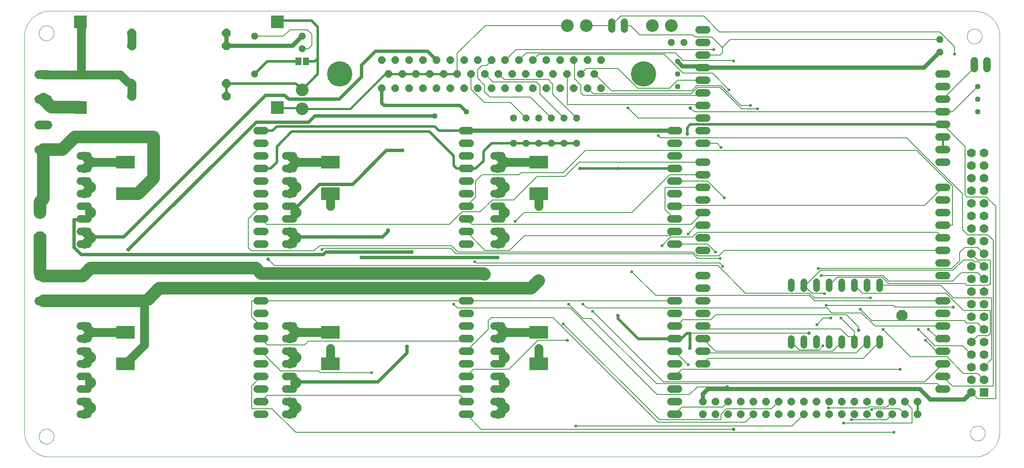
<source format=gtl>
G04 EAGLE Gerber RS-274X export*
G75*
%MOMM*%
%FSLAX34Y34*%
%LPD*%
%INTop Copper*%
%IPPOS*%
%AMOC8*
5,1,8,0,0,1.08239X$1,22.5*%
G01*
%ADD10C,0.000000*%
%ADD11C,2.540000*%
%ADD12P,2.749271X8X292.500000*%
%ADD13P,1.429621X8X112.500000*%
%ADD14P,1.649562X8X202.500000*%
%ADD15C,5.080000*%
%ADD16C,1.790700*%
%ADD17C,1.524000*%
%ADD18P,1.649562X8X22.500000*%
%ADD19R,1.778000X1.778000*%
%ADD20C,1.778000*%
%ADD21R,3.810000X2.500000*%
%ADD22C,1.117600*%
%ADD23P,1.429621X8X292.500000*%
%ADD24C,1.320800*%
%ADD25R,1.168400X1.600200*%
%ADD26C,2.552700*%
%ADD27P,1.924489X8X22.500000*%
%ADD28R,2.500000X2.500000*%
%ADD29C,2.250000*%
%ADD30P,1.429621X8X202.500000*%
%ADD31C,1.422400*%
%ADD32P,2.336880X8X22.500000*%
%ADD33C,1.778000*%
%ADD34C,2.540000*%
%ADD35C,1.524000*%
%ADD36C,0.406400*%
%ADD37C,0.812800*%
%ADD38C,0.203200*%
%ADD39C,0.711200*%
%ADD40C,0.508000*%
%ADD41C,0.609600*%
%ADD42C,0.635000*%
%ADD43C,0.812800*%
%ADD44C,1.125000*%
%ADD45C,0.152400*%
%ADD46C,0.609600*%


D10*
X51000Y760D02*
X1911350Y760D01*
X1912578Y775D01*
X1913804Y819D01*
X1915030Y893D01*
X1916253Y997D01*
X1917473Y1130D01*
X1918690Y1293D01*
X1919903Y1485D01*
X1921110Y1706D01*
X1922312Y1957D01*
X1923507Y2236D01*
X1924696Y2544D01*
X1925876Y2881D01*
X1927048Y3246D01*
X1928211Y3640D01*
X1929364Y4061D01*
X1930506Y4510D01*
X1931638Y4987D01*
X1932757Y5491D01*
X1933864Y6022D01*
X1934958Y6579D01*
X1936038Y7162D01*
X1937104Y7772D01*
X1938154Y8407D01*
X1939189Y9067D01*
X1940208Y9752D01*
X1941209Y10462D01*
X1942194Y11195D01*
X1943160Y11953D01*
X1944108Y12733D01*
X1945037Y13536D01*
X1945946Y14361D01*
X1946834Y15208D01*
X1947702Y16076D01*
X1948549Y16964D01*
X1949374Y17873D01*
X1950177Y18802D01*
X1950957Y19750D01*
X1951715Y20716D01*
X1952448Y21701D01*
X1953158Y22702D01*
X1953843Y23721D01*
X1954503Y24756D01*
X1955138Y25806D01*
X1955748Y26872D01*
X1956331Y27952D01*
X1956888Y29046D01*
X1957419Y30153D01*
X1957923Y31272D01*
X1958400Y32404D01*
X1958849Y33546D01*
X1959270Y34699D01*
X1959664Y35862D01*
X1960029Y37034D01*
X1960366Y38214D01*
X1960674Y39403D01*
X1960953Y40598D01*
X1961204Y41800D01*
X1961425Y43007D01*
X1961617Y44220D01*
X1961780Y45437D01*
X1961913Y46657D01*
X1962017Y47880D01*
X1962091Y49106D01*
X1962135Y50332D01*
X1962150Y51560D01*
X1962150Y848360D01*
X1962135Y849588D01*
X1962091Y850814D01*
X1962017Y852040D01*
X1961913Y853263D01*
X1961780Y854483D01*
X1961617Y855700D01*
X1961425Y856913D01*
X1961204Y858120D01*
X1960953Y859322D01*
X1960674Y860517D01*
X1960366Y861706D01*
X1960029Y862886D01*
X1959664Y864058D01*
X1959270Y865221D01*
X1958849Y866374D01*
X1958400Y867516D01*
X1957923Y868648D01*
X1957419Y869767D01*
X1956888Y870874D01*
X1956331Y871968D01*
X1955748Y873048D01*
X1955138Y874114D01*
X1954503Y875164D01*
X1953843Y876199D01*
X1953158Y877218D01*
X1952448Y878219D01*
X1951715Y879204D01*
X1950957Y880170D01*
X1950177Y881118D01*
X1949374Y882047D01*
X1948549Y882956D01*
X1947702Y883844D01*
X1946834Y884712D01*
X1945946Y885559D01*
X1945037Y886384D01*
X1944108Y887187D01*
X1943160Y887967D01*
X1942194Y888725D01*
X1941209Y889458D01*
X1940208Y890168D01*
X1939189Y890853D01*
X1938154Y891513D01*
X1937104Y892148D01*
X1936038Y892758D01*
X1934958Y893341D01*
X1933864Y893898D01*
X1932757Y894429D01*
X1931638Y894933D01*
X1930506Y895410D01*
X1929364Y895859D01*
X1928211Y896280D01*
X1927048Y896674D01*
X1925876Y897039D01*
X1924696Y897376D01*
X1923507Y897684D01*
X1922312Y897963D01*
X1921110Y898214D01*
X1919903Y898435D01*
X1918690Y898627D01*
X1917473Y898790D01*
X1916253Y898923D01*
X1915030Y899027D01*
X1913804Y899101D01*
X1912578Y899145D01*
X1911350Y899160D01*
X51000Y899160D01*
X49772Y899145D01*
X48546Y899101D01*
X47320Y899027D01*
X46097Y898923D01*
X44877Y898790D01*
X43660Y898627D01*
X42447Y898435D01*
X41240Y898214D01*
X40038Y897963D01*
X38843Y897684D01*
X37654Y897376D01*
X36474Y897039D01*
X35302Y896674D01*
X34139Y896280D01*
X32986Y895859D01*
X31844Y895410D01*
X30712Y894933D01*
X29593Y894429D01*
X28486Y893898D01*
X27392Y893341D01*
X26312Y892758D01*
X25246Y892148D01*
X24196Y891513D01*
X23161Y890853D01*
X22142Y890168D01*
X21141Y889458D01*
X20156Y888725D01*
X19190Y887967D01*
X18242Y887187D01*
X17313Y886384D01*
X16404Y885559D01*
X15516Y884712D01*
X14648Y883844D01*
X13801Y882956D01*
X12976Y882047D01*
X12173Y881118D01*
X11393Y880170D01*
X10635Y879204D01*
X9902Y878219D01*
X9192Y877218D01*
X8507Y876199D01*
X7847Y875164D01*
X7212Y874114D01*
X6602Y873048D01*
X6019Y871968D01*
X5462Y870874D01*
X4931Y869767D01*
X4427Y868648D01*
X3950Y867516D01*
X3501Y866374D01*
X3080Y865221D01*
X2686Y864058D01*
X2321Y862886D01*
X1984Y861706D01*
X1676Y860517D01*
X1397Y859322D01*
X1146Y858120D01*
X925Y856913D01*
X733Y855700D01*
X570Y854483D01*
X437Y853263D01*
X333Y852040D01*
X259Y850814D01*
X215Y849588D01*
X200Y848360D01*
X200Y51560D01*
X215Y50332D01*
X259Y49106D01*
X333Y47880D01*
X437Y46657D01*
X570Y45437D01*
X733Y44220D01*
X925Y43007D01*
X1146Y41800D01*
X1397Y40598D01*
X1676Y39403D01*
X1984Y38214D01*
X2321Y37034D01*
X2686Y35862D01*
X3080Y34699D01*
X3501Y33546D01*
X3950Y32404D01*
X4427Y31272D01*
X4931Y30153D01*
X5462Y29046D01*
X6019Y27952D01*
X6602Y26872D01*
X7212Y25806D01*
X7847Y24756D01*
X8507Y23721D01*
X9192Y22702D01*
X9902Y21701D01*
X10635Y20716D01*
X11393Y19750D01*
X12173Y18802D01*
X12976Y17873D01*
X13801Y16964D01*
X14648Y16076D01*
X15516Y15208D01*
X16404Y14361D01*
X17313Y13536D01*
X18242Y12733D01*
X19190Y11953D01*
X20156Y11195D01*
X21141Y10462D01*
X22142Y9752D01*
X23161Y9067D01*
X24196Y8407D01*
X25246Y7772D01*
X26312Y7162D01*
X27392Y6579D01*
X28486Y6022D01*
X29593Y5491D01*
X30712Y4987D01*
X31844Y4510D01*
X32986Y4061D01*
X34139Y3640D01*
X35302Y3246D01*
X36474Y2881D01*
X37654Y2544D01*
X38843Y2236D01*
X40038Y1957D01*
X41240Y1706D01*
X42447Y1485D01*
X43660Y1293D01*
X44877Y1130D01*
X46097Y997D01*
X47320Y893D01*
X48546Y819D01*
X49772Y775D01*
X51000Y760D01*
D11*
X31750Y492760D03*
D12*
X31750Y441960D03*
D13*
X984250Y632460D03*
X984250Y683260D03*
X1009650Y632460D03*
X1009650Y683260D03*
X1035050Y632460D03*
X1035050Y683260D03*
X1085850Y632460D03*
X1085850Y683260D03*
X1060450Y632460D03*
X1060450Y683260D03*
X1111250Y632460D03*
X1111250Y683260D03*
D14*
X1160526Y800608D03*
X1133094Y800608D03*
X1105408Y800608D03*
X1077722Y800608D03*
X1050290Y800608D03*
X1022604Y800608D03*
X994918Y800608D03*
X967486Y800608D03*
X939800Y800608D03*
X912114Y800608D03*
X884682Y800608D03*
X856996Y800608D03*
X1146810Y772160D03*
X1119124Y772160D03*
X1091692Y772160D03*
X1064006Y772160D03*
X1036320Y772160D03*
X1008888Y772160D03*
X981202Y772160D03*
X953516Y772160D03*
X926084Y772160D03*
X898398Y772160D03*
X870712Y772160D03*
X829310Y800608D03*
X801878Y800608D03*
X774192Y800608D03*
X746506Y800608D03*
X843280Y772160D03*
X815594Y772160D03*
X787908Y772160D03*
X760476Y772160D03*
X719074Y800608D03*
X732790Y772160D03*
X1160526Y743712D03*
X1133094Y743712D03*
X1105408Y743712D03*
X1077722Y743712D03*
X1050290Y743712D03*
X1022604Y743712D03*
X994918Y743712D03*
X967486Y743712D03*
X939800Y743712D03*
X912114Y743712D03*
X884682Y743712D03*
X856996Y743712D03*
X829310Y743712D03*
X801878Y743712D03*
X774192Y743712D03*
X746506Y743712D03*
X719074Y743712D03*
D15*
X634238Y772160D03*
X1245362Y772160D03*
D16*
X47054Y620160D02*
X29147Y620160D01*
X29147Y670160D02*
X47054Y670160D01*
D17*
X1840230Y721360D02*
X1855470Y721360D01*
X1855470Y695960D02*
X1840230Y695960D01*
X1840230Y670560D02*
X1855470Y670560D01*
X1855470Y645160D02*
X1840230Y645160D01*
X1840230Y619760D02*
X1855470Y619760D01*
X1855470Y594360D02*
X1840230Y594360D01*
X1840230Y543560D02*
X1855470Y543560D01*
X1855470Y518160D02*
X1840230Y518160D01*
X1840230Y492760D02*
X1855470Y492760D01*
X1855470Y467360D02*
X1840230Y467360D01*
X1840230Y441960D02*
X1855470Y441960D01*
X1855470Y416560D02*
X1840230Y416560D01*
X1840230Y391160D02*
X1855470Y391160D01*
X1855470Y365760D02*
X1840230Y365760D01*
X1840230Y314960D02*
X1855470Y314960D01*
X1855470Y289560D02*
X1840230Y289560D01*
X1840230Y264160D02*
X1855470Y264160D01*
X1855470Y238760D02*
X1840230Y238760D01*
X1840230Y213360D02*
X1855470Y213360D01*
X1855470Y187960D02*
X1840230Y187960D01*
X1840230Y162560D02*
X1855470Y162560D01*
X1855470Y137160D02*
X1840230Y137160D01*
X1372870Y187960D02*
X1357630Y187960D01*
X1357630Y213360D02*
X1372870Y213360D01*
X1372870Y238760D02*
X1357630Y238760D01*
X1357630Y264160D02*
X1372870Y264160D01*
X1372870Y289560D02*
X1357630Y289560D01*
X1357630Y314960D02*
X1372870Y314960D01*
X1372870Y340360D02*
X1357630Y340360D01*
X1357630Y365760D02*
X1372870Y365760D01*
X1372870Y416560D02*
X1357630Y416560D01*
X1357630Y441960D02*
X1372870Y441960D01*
X1372870Y467360D02*
X1357630Y467360D01*
X1357630Y492760D02*
X1372870Y492760D01*
X1372870Y518160D02*
X1357630Y518160D01*
X1357630Y543560D02*
X1372870Y543560D01*
X1372870Y568960D02*
X1357630Y568960D01*
X1357630Y594360D02*
X1372870Y594360D01*
X1372870Y632460D02*
X1357630Y632460D01*
X1357630Y657860D02*
X1372870Y657860D01*
X1372870Y683260D02*
X1357630Y683260D01*
X1357630Y708660D02*
X1372870Y708660D01*
X1372870Y734060D02*
X1357630Y734060D01*
X1357630Y759460D02*
X1372870Y759460D01*
X1372870Y784860D02*
X1357630Y784860D01*
X1357630Y810260D02*
X1372870Y810260D01*
D18*
X1365250Y111760D03*
X1365250Y86360D03*
X1390650Y111760D03*
X1390650Y86360D03*
X1416050Y111760D03*
X1416050Y86360D03*
X1441450Y111760D03*
X1441450Y86360D03*
X1466850Y111760D03*
X1466850Y86360D03*
X1492250Y111760D03*
X1492250Y86360D03*
X1517650Y111760D03*
X1517650Y86360D03*
X1543050Y111760D03*
X1543050Y86360D03*
X1568450Y111760D03*
X1568450Y86360D03*
X1593850Y111760D03*
X1593850Y86360D03*
X1619250Y111760D03*
X1619250Y86360D03*
X1644650Y111760D03*
X1644650Y86360D03*
X1670050Y111760D03*
X1670050Y86360D03*
X1695450Y111760D03*
X1695450Y86360D03*
X1720850Y111760D03*
X1720850Y86360D03*
X1746250Y111760D03*
X1746250Y86360D03*
X1771650Y111760D03*
X1771650Y86360D03*
X1797050Y111760D03*
X1797050Y86360D03*
D17*
X1372870Y835660D02*
X1357630Y835660D01*
X1357630Y861060D02*
X1372870Y861060D01*
X1840230Y772160D02*
X1855470Y772160D01*
X1855470Y746760D02*
X1840230Y746760D01*
D19*
X1930400Y130810D03*
D20*
X1905000Y130810D03*
X1930400Y156210D03*
X1905000Y156210D03*
X1930400Y181610D03*
X1905000Y181610D03*
X1930400Y207010D03*
X1905000Y207010D03*
X1930400Y232410D03*
X1905000Y232410D03*
X1930400Y257810D03*
X1905000Y257810D03*
X1930400Y283210D03*
X1905000Y283210D03*
X1930400Y308610D03*
X1905000Y308610D03*
X1930400Y334010D03*
X1905000Y334010D03*
X1930400Y359410D03*
X1905000Y359410D03*
X1930400Y384810D03*
X1905000Y384810D03*
X1930400Y410210D03*
X1905000Y410210D03*
X1930400Y435610D03*
X1905000Y435610D03*
X1930400Y461010D03*
X1905000Y461010D03*
X1930400Y486410D03*
X1905000Y486410D03*
X1930400Y511810D03*
X1905000Y511810D03*
X1930400Y537210D03*
X1905000Y537210D03*
X1930400Y562610D03*
X1905000Y562610D03*
X1930400Y588010D03*
X1905000Y588010D03*
X1930400Y613410D03*
X1905000Y613410D03*
D21*
X1035050Y594360D03*
X1035050Y530860D03*
D10*
X29450Y41910D02*
X29455Y42278D01*
X29468Y42646D01*
X29491Y43013D01*
X29522Y43380D01*
X29563Y43746D01*
X29612Y44111D01*
X29671Y44474D01*
X29738Y44836D01*
X29814Y45197D01*
X29900Y45555D01*
X29993Y45911D01*
X30096Y46264D01*
X30207Y46615D01*
X30327Y46963D01*
X30455Y47308D01*
X30592Y47650D01*
X30737Y47989D01*
X30890Y48323D01*
X31052Y48654D01*
X31221Y48981D01*
X31399Y49303D01*
X31584Y49622D01*
X31777Y49935D01*
X31978Y50244D01*
X32186Y50547D01*
X32402Y50845D01*
X32625Y51138D01*
X32855Y51426D01*
X33092Y51708D01*
X33336Y51983D01*
X33586Y52253D01*
X33843Y52517D01*
X34107Y52774D01*
X34377Y53024D01*
X34652Y53268D01*
X34934Y53505D01*
X35222Y53735D01*
X35515Y53958D01*
X35813Y54174D01*
X36116Y54382D01*
X36425Y54583D01*
X36738Y54776D01*
X37057Y54961D01*
X37379Y55139D01*
X37706Y55308D01*
X38037Y55470D01*
X38371Y55623D01*
X38710Y55768D01*
X39052Y55905D01*
X39397Y56033D01*
X39745Y56153D01*
X40096Y56264D01*
X40449Y56367D01*
X40805Y56460D01*
X41163Y56546D01*
X41524Y56622D01*
X41886Y56689D01*
X42249Y56748D01*
X42614Y56797D01*
X42980Y56838D01*
X43347Y56869D01*
X43714Y56892D01*
X44082Y56905D01*
X44450Y56910D01*
X44818Y56905D01*
X45186Y56892D01*
X45553Y56869D01*
X45920Y56838D01*
X46286Y56797D01*
X46651Y56748D01*
X47014Y56689D01*
X47376Y56622D01*
X47737Y56546D01*
X48095Y56460D01*
X48451Y56367D01*
X48804Y56264D01*
X49155Y56153D01*
X49503Y56033D01*
X49848Y55905D01*
X50190Y55768D01*
X50529Y55623D01*
X50863Y55470D01*
X51194Y55308D01*
X51521Y55139D01*
X51843Y54961D01*
X52162Y54776D01*
X52475Y54583D01*
X52784Y54382D01*
X53087Y54174D01*
X53385Y53958D01*
X53678Y53735D01*
X53966Y53505D01*
X54248Y53268D01*
X54523Y53024D01*
X54793Y52774D01*
X55057Y52517D01*
X55314Y52253D01*
X55564Y51983D01*
X55808Y51708D01*
X56045Y51426D01*
X56275Y51138D01*
X56498Y50845D01*
X56714Y50547D01*
X56922Y50244D01*
X57123Y49935D01*
X57316Y49622D01*
X57501Y49303D01*
X57679Y48981D01*
X57848Y48654D01*
X58010Y48323D01*
X58163Y47989D01*
X58308Y47650D01*
X58445Y47308D01*
X58573Y46963D01*
X58693Y46615D01*
X58804Y46264D01*
X58907Y45911D01*
X59000Y45555D01*
X59086Y45197D01*
X59162Y44836D01*
X59229Y44474D01*
X59288Y44111D01*
X59337Y43746D01*
X59378Y43380D01*
X59409Y43013D01*
X59432Y42646D01*
X59445Y42278D01*
X59450Y41910D01*
X59445Y41542D01*
X59432Y41174D01*
X59409Y40807D01*
X59378Y40440D01*
X59337Y40074D01*
X59288Y39709D01*
X59229Y39346D01*
X59162Y38984D01*
X59086Y38623D01*
X59000Y38265D01*
X58907Y37909D01*
X58804Y37556D01*
X58693Y37205D01*
X58573Y36857D01*
X58445Y36512D01*
X58308Y36170D01*
X58163Y35831D01*
X58010Y35497D01*
X57848Y35166D01*
X57679Y34839D01*
X57501Y34517D01*
X57316Y34198D01*
X57123Y33885D01*
X56922Y33576D01*
X56714Y33273D01*
X56498Y32975D01*
X56275Y32682D01*
X56045Y32394D01*
X55808Y32112D01*
X55564Y31837D01*
X55314Y31567D01*
X55057Y31303D01*
X54793Y31046D01*
X54523Y30796D01*
X54248Y30552D01*
X53966Y30315D01*
X53678Y30085D01*
X53385Y29862D01*
X53087Y29646D01*
X52784Y29438D01*
X52475Y29237D01*
X52162Y29044D01*
X51843Y28859D01*
X51521Y28681D01*
X51194Y28512D01*
X50863Y28350D01*
X50529Y28197D01*
X50190Y28052D01*
X49848Y27915D01*
X49503Y27787D01*
X49155Y27667D01*
X48804Y27556D01*
X48451Y27453D01*
X48095Y27360D01*
X47737Y27274D01*
X47376Y27198D01*
X47014Y27131D01*
X46651Y27072D01*
X46286Y27023D01*
X45920Y26982D01*
X45553Y26951D01*
X45186Y26928D01*
X44818Y26915D01*
X44450Y26910D01*
X44082Y26915D01*
X43714Y26928D01*
X43347Y26951D01*
X42980Y26982D01*
X42614Y27023D01*
X42249Y27072D01*
X41886Y27131D01*
X41524Y27198D01*
X41163Y27274D01*
X40805Y27360D01*
X40449Y27453D01*
X40096Y27556D01*
X39745Y27667D01*
X39397Y27787D01*
X39052Y27915D01*
X38710Y28052D01*
X38371Y28197D01*
X38037Y28350D01*
X37706Y28512D01*
X37379Y28681D01*
X37057Y28859D01*
X36738Y29044D01*
X36425Y29237D01*
X36116Y29438D01*
X35813Y29646D01*
X35515Y29862D01*
X35222Y30085D01*
X34934Y30315D01*
X34652Y30552D01*
X34377Y30796D01*
X34107Y31046D01*
X33843Y31303D01*
X33586Y31567D01*
X33336Y31837D01*
X33092Y32112D01*
X32855Y32394D01*
X32625Y32682D01*
X32402Y32975D01*
X32186Y33273D01*
X31978Y33576D01*
X31777Y33885D01*
X31584Y34198D01*
X31399Y34517D01*
X31221Y34839D01*
X31052Y35166D01*
X30890Y35497D01*
X30737Y35831D01*
X30592Y36170D01*
X30455Y36512D01*
X30327Y36857D01*
X30207Y37205D01*
X30096Y37556D01*
X29993Y37909D01*
X29900Y38265D01*
X29814Y38623D01*
X29738Y38984D01*
X29671Y39346D01*
X29612Y39709D01*
X29563Y40074D01*
X29522Y40440D01*
X29491Y40807D01*
X29468Y41174D01*
X29455Y41542D01*
X29450Y41910D01*
X29450Y854710D02*
X29455Y855078D01*
X29468Y855446D01*
X29491Y855813D01*
X29522Y856180D01*
X29563Y856546D01*
X29612Y856911D01*
X29671Y857274D01*
X29738Y857636D01*
X29814Y857997D01*
X29900Y858355D01*
X29993Y858711D01*
X30096Y859064D01*
X30207Y859415D01*
X30327Y859763D01*
X30455Y860108D01*
X30592Y860450D01*
X30737Y860789D01*
X30890Y861123D01*
X31052Y861454D01*
X31221Y861781D01*
X31399Y862103D01*
X31584Y862422D01*
X31777Y862735D01*
X31978Y863044D01*
X32186Y863347D01*
X32402Y863645D01*
X32625Y863938D01*
X32855Y864226D01*
X33092Y864508D01*
X33336Y864783D01*
X33586Y865053D01*
X33843Y865317D01*
X34107Y865574D01*
X34377Y865824D01*
X34652Y866068D01*
X34934Y866305D01*
X35222Y866535D01*
X35515Y866758D01*
X35813Y866974D01*
X36116Y867182D01*
X36425Y867383D01*
X36738Y867576D01*
X37057Y867761D01*
X37379Y867939D01*
X37706Y868108D01*
X38037Y868270D01*
X38371Y868423D01*
X38710Y868568D01*
X39052Y868705D01*
X39397Y868833D01*
X39745Y868953D01*
X40096Y869064D01*
X40449Y869167D01*
X40805Y869260D01*
X41163Y869346D01*
X41524Y869422D01*
X41886Y869489D01*
X42249Y869548D01*
X42614Y869597D01*
X42980Y869638D01*
X43347Y869669D01*
X43714Y869692D01*
X44082Y869705D01*
X44450Y869710D01*
X44818Y869705D01*
X45186Y869692D01*
X45553Y869669D01*
X45920Y869638D01*
X46286Y869597D01*
X46651Y869548D01*
X47014Y869489D01*
X47376Y869422D01*
X47737Y869346D01*
X48095Y869260D01*
X48451Y869167D01*
X48804Y869064D01*
X49155Y868953D01*
X49503Y868833D01*
X49848Y868705D01*
X50190Y868568D01*
X50529Y868423D01*
X50863Y868270D01*
X51194Y868108D01*
X51521Y867939D01*
X51843Y867761D01*
X52162Y867576D01*
X52475Y867383D01*
X52784Y867182D01*
X53087Y866974D01*
X53385Y866758D01*
X53678Y866535D01*
X53966Y866305D01*
X54248Y866068D01*
X54523Y865824D01*
X54793Y865574D01*
X55057Y865317D01*
X55314Y865053D01*
X55564Y864783D01*
X55808Y864508D01*
X56045Y864226D01*
X56275Y863938D01*
X56498Y863645D01*
X56714Y863347D01*
X56922Y863044D01*
X57123Y862735D01*
X57316Y862422D01*
X57501Y862103D01*
X57679Y861781D01*
X57848Y861454D01*
X58010Y861123D01*
X58163Y860789D01*
X58308Y860450D01*
X58445Y860108D01*
X58573Y859763D01*
X58693Y859415D01*
X58804Y859064D01*
X58907Y858711D01*
X59000Y858355D01*
X59086Y857997D01*
X59162Y857636D01*
X59229Y857274D01*
X59288Y856911D01*
X59337Y856546D01*
X59378Y856180D01*
X59409Y855813D01*
X59432Y855446D01*
X59445Y855078D01*
X59450Y854710D01*
X59445Y854342D01*
X59432Y853974D01*
X59409Y853607D01*
X59378Y853240D01*
X59337Y852874D01*
X59288Y852509D01*
X59229Y852146D01*
X59162Y851784D01*
X59086Y851423D01*
X59000Y851065D01*
X58907Y850709D01*
X58804Y850356D01*
X58693Y850005D01*
X58573Y849657D01*
X58445Y849312D01*
X58308Y848970D01*
X58163Y848631D01*
X58010Y848297D01*
X57848Y847966D01*
X57679Y847639D01*
X57501Y847317D01*
X57316Y846998D01*
X57123Y846685D01*
X56922Y846376D01*
X56714Y846073D01*
X56498Y845775D01*
X56275Y845482D01*
X56045Y845194D01*
X55808Y844912D01*
X55564Y844637D01*
X55314Y844367D01*
X55057Y844103D01*
X54793Y843846D01*
X54523Y843596D01*
X54248Y843352D01*
X53966Y843115D01*
X53678Y842885D01*
X53385Y842662D01*
X53087Y842446D01*
X52784Y842238D01*
X52475Y842037D01*
X52162Y841844D01*
X51843Y841659D01*
X51521Y841481D01*
X51194Y841312D01*
X50863Y841150D01*
X50529Y840997D01*
X50190Y840852D01*
X49848Y840715D01*
X49503Y840587D01*
X49155Y840467D01*
X48804Y840356D01*
X48451Y840253D01*
X48095Y840160D01*
X47737Y840074D01*
X47376Y839998D01*
X47014Y839931D01*
X46651Y839872D01*
X46286Y839823D01*
X45920Y839782D01*
X45553Y839751D01*
X45186Y839728D01*
X44818Y839715D01*
X44450Y839710D01*
X44082Y839715D01*
X43714Y839728D01*
X43347Y839751D01*
X42980Y839782D01*
X42614Y839823D01*
X42249Y839872D01*
X41886Y839931D01*
X41524Y839998D01*
X41163Y840074D01*
X40805Y840160D01*
X40449Y840253D01*
X40096Y840356D01*
X39745Y840467D01*
X39397Y840587D01*
X39052Y840715D01*
X38710Y840852D01*
X38371Y840997D01*
X38037Y841150D01*
X37706Y841312D01*
X37379Y841481D01*
X37057Y841659D01*
X36738Y841844D01*
X36425Y842037D01*
X36116Y842238D01*
X35813Y842446D01*
X35515Y842662D01*
X35222Y842885D01*
X34934Y843115D01*
X34652Y843352D01*
X34377Y843596D01*
X34107Y843846D01*
X33843Y844103D01*
X33586Y844367D01*
X33336Y844637D01*
X33092Y844912D01*
X32855Y845194D01*
X32625Y845482D01*
X32402Y845775D01*
X32186Y846073D01*
X31978Y846376D01*
X31777Y846685D01*
X31584Y846998D01*
X31399Y847317D01*
X31221Y847639D01*
X31052Y847966D01*
X30890Y848297D01*
X30737Y848631D01*
X30592Y848970D01*
X30455Y849312D01*
X30327Y849657D01*
X30207Y850005D01*
X30096Y850356D01*
X29993Y850709D01*
X29900Y851065D01*
X29814Y851423D01*
X29738Y851784D01*
X29671Y852146D01*
X29612Y852509D01*
X29563Y852874D01*
X29522Y853240D01*
X29491Y853607D01*
X29468Y853974D01*
X29455Y854342D01*
X29450Y854710D01*
X1896350Y848360D02*
X1896355Y848728D01*
X1896368Y849096D01*
X1896391Y849463D01*
X1896422Y849830D01*
X1896463Y850196D01*
X1896512Y850561D01*
X1896571Y850924D01*
X1896638Y851286D01*
X1896714Y851647D01*
X1896800Y852005D01*
X1896893Y852361D01*
X1896996Y852714D01*
X1897107Y853065D01*
X1897227Y853413D01*
X1897355Y853758D01*
X1897492Y854100D01*
X1897637Y854439D01*
X1897790Y854773D01*
X1897952Y855104D01*
X1898121Y855431D01*
X1898299Y855753D01*
X1898484Y856072D01*
X1898677Y856385D01*
X1898878Y856694D01*
X1899086Y856997D01*
X1899302Y857295D01*
X1899525Y857588D01*
X1899755Y857876D01*
X1899992Y858158D01*
X1900236Y858433D01*
X1900486Y858703D01*
X1900743Y858967D01*
X1901007Y859224D01*
X1901277Y859474D01*
X1901552Y859718D01*
X1901834Y859955D01*
X1902122Y860185D01*
X1902415Y860408D01*
X1902713Y860624D01*
X1903016Y860832D01*
X1903325Y861033D01*
X1903638Y861226D01*
X1903957Y861411D01*
X1904279Y861589D01*
X1904606Y861758D01*
X1904937Y861920D01*
X1905271Y862073D01*
X1905610Y862218D01*
X1905952Y862355D01*
X1906297Y862483D01*
X1906645Y862603D01*
X1906996Y862714D01*
X1907349Y862817D01*
X1907705Y862910D01*
X1908063Y862996D01*
X1908424Y863072D01*
X1908786Y863139D01*
X1909149Y863198D01*
X1909514Y863247D01*
X1909880Y863288D01*
X1910247Y863319D01*
X1910614Y863342D01*
X1910982Y863355D01*
X1911350Y863360D01*
X1911718Y863355D01*
X1912086Y863342D01*
X1912453Y863319D01*
X1912820Y863288D01*
X1913186Y863247D01*
X1913551Y863198D01*
X1913914Y863139D01*
X1914276Y863072D01*
X1914637Y862996D01*
X1914995Y862910D01*
X1915351Y862817D01*
X1915704Y862714D01*
X1916055Y862603D01*
X1916403Y862483D01*
X1916748Y862355D01*
X1917090Y862218D01*
X1917429Y862073D01*
X1917763Y861920D01*
X1918094Y861758D01*
X1918421Y861589D01*
X1918743Y861411D01*
X1919062Y861226D01*
X1919375Y861033D01*
X1919684Y860832D01*
X1919987Y860624D01*
X1920285Y860408D01*
X1920578Y860185D01*
X1920866Y859955D01*
X1921148Y859718D01*
X1921423Y859474D01*
X1921693Y859224D01*
X1921957Y858967D01*
X1922214Y858703D01*
X1922464Y858433D01*
X1922708Y858158D01*
X1922945Y857876D01*
X1923175Y857588D01*
X1923398Y857295D01*
X1923614Y856997D01*
X1923822Y856694D01*
X1924023Y856385D01*
X1924216Y856072D01*
X1924401Y855753D01*
X1924579Y855431D01*
X1924748Y855104D01*
X1924910Y854773D01*
X1925063Y854439D01*
X1925208Y854100D01*
X1925345Y853758D01*
X1925473Y853413D01*
X1925593Y853065D01*
X1925704Y852714D01*
X1925807Y852361D01*
X1925900Y852005D01*
X1925986Y851647D01*
X1926062Y851286D01*
X1926129Y850924D01*
X1926188Y850561D01*
X1926237Y850196D01*
X1926278Y849830D01*
X1926309Y849463D01*
X1926332Y849096D01*
X1926345Y848728D01*
X1926350Y848360D01*
X1926345Y847992D01*
X1926332Y847624D01*
X1926309Y847257D01*
X1926278Y846890D01*
X1926237Y846524D01*
X1926188Y846159D01*
X1926129Y845796D01*
X1926062Y845434D01*
X1925986Y845073D01*
X1925900Y844715D01*
X1925807Y844359D01*
X1925704Y844006D01*
X1925593Y843655D01*
X1925473Y843307D01*
X1925345Y842962D01*
X1925208Y842620D01*
X1925063Y842281D01*
X1924910Y841947D01*
X1924748Y841616D01*
X1924579Y841289D01*
X1924401Y840967D01*
X1924216Y840648D01*
X1924023Y840335D01*
X1923822Y840026D01*
X1923614Y839723D01*
X1923398Y839425D01*
X1923175Y839132D01*
X1922945Y838844D01*
X1922708Y838562D01*
X1922464Y838287D01*
X1922214Y838017D01*
X1921957Y837753D01*
X1921693Y837496D01*
X1921423Y837246D01*
X1921148Y837002D01*
X1920866Y836765D01*
X1920578Y836535D01*
X1920285Y836312D01*
X1919987Y836096D01*
X1919684Y835888D01*
X1919375Y835687D01*
X1919062Y835494D01*
X1918743Y835309D01*
X1918421Y835131D01*
X1918094Y834962D01*
X1917763Y834800D01*
X1917429Y834647D01*
X1917090Y834502D01*
X1916748Y834365D01*
X1916403Y834237D01*
X1916055Y834117D01*
X1915704Y834006D01*
X1915351Y833903D01*
X1914995Y833810D01*
X1914637Y833724D01*
X1914276Y833648D01*
X1913914Y833581D01*
X1913551Y833522D01*
X1913186Y833473D01*
X1912820Y833432D01*
X1912453Y833401D01*
X1912086Y833378D01*
X1911718Y833365D01*
X1911350Y833360D01*
X1910982Y833365D01*
X1910614Y833378D01*
X1910247Y833401D01*
X1909880Y833432D01*
X1909514Y833473D01*
X1909149Y833522D01*
X1908786Y833581D01*
X1908424Y833648D01*
X1908063Y833724D01*
X1907705Y833810D01*
X1907349Y833903D01*
X1906996Y834006D01*
X1906645Y834117D01*
X1906297Y834237D01*
X1905952Y834365D01*
X1905610Y834502D01*
X1905271Y834647D01*
X1904937Y834800D01*
X1904606Y834962D01*
X1904279Y835131D01*
X1903957Y835309D01*
X1903638Y835494D01*
X1903325Y835687D01*
X1903016Y835888D01*
X1902713Y836096D01*
X1902415Y836312D01*
X1902122Y836535D01*
X1901834Y836765D01*
X1901552Y837002D01*
X1901277Y837246D01*
X1901007Y837496D01*
X1900743Y837753D01*
X1900486Y838017D01*
X1900236Y838287D01*
X1899992Y838562D01*
X1899755Y838844D01*
X1899525Y839132D01*
X1899302Y839425D01*
X1899086Y839723D01*
X1898878Y840026D01*
X1898677Y840335D01*
X1898484Y840648D01*
X1898299Y840967D01*
X1898121Y841289D01*
X1897952Y841616D01*
X1897790Y841947D01*
X1897637Y842281D01*
X1897492Y842620D01*
X1897355Y842962D01*
X1897227Y843307D01*
X1897107Y843655D01*
X1896996Y844006D01*
X1896893Y844359D01*
X1896800Y844715D01*
X1896714Y845073D01*
X1896638Y845434D01*
X1896571Y845796D01*
X1896512Y846159D01*
X1896463Y846524D01*
X1896422Y846890D01*
X1896391Y847257D01*
X1896368Y847624D01*
X1896355Y847992D01*
X1896350Y848360D01*
D22*
X1917700Y746760D03*
X1917700Y721360D03*
X1917700Y695960D03*
D23*
X1841500Y842010D03*
X1841500Y816610D03*
D17*
X1911350Y798830D02*
X1911350Y783590D01*
X1936750Y783590D02*
X1936750Y798830D01*
D10*
X1902700Y48260D02*
X1902705Y48628D01*
X1902718Y48996D01*
X1902741Y49363D01*
X1902772Y49730D01*
X1902813Y50096D01*
X1902862Y50461D01*
X1902921Y50824D01*
X1902988Y51186D01*
X1903064Y51547D01*
X1903150Y51905D01*
X1903243Y52261D01*
X1903346Y52614D01*
X1903457Y52965D01*
X1903577Y53313D01*
X1903705Y53658D01*
X1903842Y54000D01*
X1903987Y54339D01*
X1904140Y54673D01*
X1904302Y55004D01*
X1904471Y55331D01*
X1904649Y55653D01*
X1904834Y55972D01*
X1905027Y56285D01*
X1905228Y56594D01*
X1905436Y56897D01*
X1905652Y57195D01*
X1905875Y57488D01*
X1906105Y57776D01*
X1906342Y58058D01*
X1906586Y58333D01*
X1906836Y58603D01*
X1907093Y58867D01*
X1907357Y59124D01*
X1907627Y59374D01*
X1907902Y59618D01*
X1908184Y59855D01*
X1908472Y60085D01*
X1908765Y60308D01*
X1909063Y60524D01*
X1909366Y60732D01*
X1909675Y60933D01*
X1909988Y61126D01*
X1910307Y61311D01*
X1910629Y61489D01*
X1910956Y61658D01*
X1911287Y61820D01*
X1911621Y61973D01*
X1911960Y62118D01*
X1912302Y62255D01*
X1912647Y62383D01*
X1912995Y62503D01*
X1913346Y62614D01*
X1913699Y62717D01*
X1914055Y62810D01*
X1914413Y62896D01*
X1914774Y62972D01*
X1915136Y63039D01*
X1915499Y63098D01*
X1915864Y63147D01*
X1916230Y63188D01*
X1916597Y63219D01*
X1916964Y63242D01*
X1917332Y63255D01*
X1917700Y63260D01*
X1918068Y63255D01*
X1918436Y63242D01*
X1918803Y63219D01*
X1919170Y63188D01*
X1919536Y63147D01*
X1919901Y63098D01*
X1920264Y63039D01*
X1920626Y62972D01*
X1920987Y62896D01*
X1921345Y62810D01*
X1921701Y62717D01*
X1922054Y62614D01*
X1922405Y62503D01*
X1922753Y62383D01*
X1923098Y62255D01*
X1923440Y62118D01*
X1923779Y61973D01*
X1924113Y61820D01*
X1924444Y61658D01*
X1924771Y61489D01*
X1925093Y61311D01*
X1925412Y61126D01*
X1925725Y60933D01*
X1926034Y60732D01*
X1926337Y60524D01*
X1926635Y60308D01*
X1926928Y60085D01*
X1927216Y59855D01*
X1927498Y59618D01*
X1927773Y59374D01*
X1928043Y59124D01*
X1928307Y58867D01*
X1928564Y58603D01*
X1928814Y58333D01*
X1929058Y58058D01*
X1929295Y57776D01*
X1929525Y57488D01*
X1929748Y57195D01*
X1929964Y56897D01*
X1930172Y56594D01*
X1930373Y56285D01*
X1930566Y55972D01*
X1930751Y55653D01*
X1930929Y55331D01*
X1931098Y55004D01*
X1931260Y54673D01*
X1931413Y54339D01*
X1931558Y54000D01*
X1931695Y53658D01*
X1931823Y53313D01*
X1931943Y52965D01*
X1932054Y52614D01*
X1932157Y52261D01*
X1932250Y51905D01*
X1932336Y51547D01*
X1932412Y51186D01*
X1932479Y50824D01*
X1932538Y50461D01*
X1932587Y50096D01*
X1932628Y49730D01*
X1932659Y49363D01*
X1932682Y48996D01*
X1932695Y48628D01*
X1932700Y48260D01*
X1932695Y47892D01*
X1932682Y47524D01*
X1932659Y47157D01*
X1932628Y46790D01*
X1932587Y46424D01*
X1932538Y46059D01*
X1932479Y45696D01*
X1932412Y45334D01*
X1932336Y44973D01*
X1932250Y44615D01*
X1932157Y44259D01*
X1932054Y43906D01*
X1931943Y43555D01*
X1931823Y43207D01*
X1931695Y42862D01*
X1931558Y42520D01*
X1931413Y42181D01*
X1931260Y41847D01*
X1931098Y41516D01*
X1930929Y41189D01*
X1930751Y40867D01*
X1930566Y40548D01*
X1930373Y40235D01*
X1930172Y39926D01*
X1929964Y39623D01*
X1929748Y39325D01*
X1929525Y39032D01*
X1929295Y38744D01*
X1929058Y38462D01*
X1928814Y38187D01*
X1928564Y37917D01*
X1928307Y37653D01*
X1928043Y37396D01*
X1927773Y37146D01*
X1927498Y36902D01*
X1927216Y36665D01*
X1926928Y36435D01*
X1926635Y36212D01*
X1926337Y35996D01*
X1926034Y35788D01*
X1925725Y35587D01*
X1925412Y35394D01*
X1925093Y35209D01*
X1924771Y35031D01*
X1924444Y34862D01*
X1924113Y34700D01*
X1923779Y34547D01*
X1923440Y34402D01*
X1923098Y34265D01*
X1922753Y34137D01*
X1922405Y34017D01*
X1922054Y33906D01*
X1921701Y33803D01*
X1921345Y33710D01*
X1920987Y33624D01*
X1920626Y33548D01*
X1920264Y33481D01*
X1919901Y33422D01*
X1919536Y33373D01*
X1919170Y33332D01*
X1918803Y33301D01*
X1918436Y33278D01*
X1918068Y33265D01*
X1917700Y33260D01*
X1917332Y33265D01*
X1916964Y33278D01*
X1916597Y33301D01*
X1916230Y33332D01*
X1915864Y33373D01*
X1915499Y33422D01*
X1915136Y33481D01*
X1914774Y33548D01*
X1914413Y33624D01*
X1914055Y33710D01*
X1913699Y33803D01*
X1913346Y33906D01*
X1912995Y34017D01*
X1912647Y34137D01*
X1912302Y34265D01*
X1911960Y34402D01*
X1911621Y34547D01*
X1911287Y34700D01*
X1910956Y34862D01*
X1910629Y35031D01*
X1910307Y35209D01*
X1909988Y35394D01*
X1909675Y35587D01*
X1909366Y35788D01*
X1909063Y35996D01*
X1908765Y36212D01*
X1908472Y36435D01*
X1908184Y36665D01*
X1907902Y36902D01*
X1907627Y37146D01*
X1907357Y37396D01*
X1907093Y37653D01*
X1906836Y37917D01*
X1906586Y38187D01*
X1906342Y38462D01*
X1906105Y38744D01*
X1905875Y39032D01*
X1905652Y39325D01*
X1905436Y39623D01*
X1905228Y39926D01*
X1905027Y40235D01*
X1904834Y40548D01*
X1904649Y40867D01*
X1904471Y41189D01*
X1904302Y41516D01*
X1904140Y41847D01*
X1903987Y42181D01*
X1903842Y42520D01*
X1903705Y42862D01*
X1903577Y43207D01*
X1903457Y43555D01*
X1903346Y43906D01*
X1903243Y44259D01*
X1903150Y44615D01*
X1903064Y44973D01*
X1902988Y45334D01*
X1902921Y45696D01*
X1902862Y46059D01*
X1902813Y46424D01*
X1902772Y46790D01*
X1902741Y47157D01*
X1902718Y47524D01*
X1902705Y47892D01*
X1902700Y48260D01*
D21*
X1035050Y251460D03*
X1035050Y187960D03*
D24*
X1543050Y340106D02*
X1543050Y353314D01*
X1568450Y353314D02*
X1568450Y340106D01*
X1593850Y340106D02*
X1593850Y353314D01*
X1619250Y353314D02*
X1619250Y340106D01*
X1644650Y340106D02*
X1644650Y353314D01*
X1670050Y353314D02*
X1670050Y340106D01*
X1695450Y340106D02*
X1695450Y353314D01*
X1720850Y353314D02*
X1720850Y340106D01*
D16*
X47054Y721760D02*
X29147Y721760D01*
X29147Y771760D02*
X47054Y771760D01*
D25*
X566420Y797560D03*
X551180Y797560D03*
D26*
X558800Y740410D03*
X558800Y702310D03*
D27*
X215900Y727710D03*
X215900Y753110D03*
X215900Y854710D03*
X215900Y829310D03*
X406400Y727710D03*
X406400Y753110D03*
X406400Y854710D03*
X406400Y829310D03*
D28*
X113030Y877570D03*
X113030Y704850D03*
X509270Y704850D03*
X509270Y877570D03*
D17*
X944880Y429260D02*
X960120Y429260D01*
X960120Y454660D02*
X944880Y454660D01*
X944880Y480060D02*
X960120Y480060D01*
X960120Y505460D02*
X944880Y505460D01*
X944880Y530860D02*
X960120Y530860D01*
X960120Y556260D02*
X944880Y556260D01*
X944880Y581660D02*
X960120Y581660D01*
X960120Y607060D02*
X944880Y607060D01*
X1300480Y429260D02*
X1315720Y429260D01*
X1315720Y454660D02*
X1300480Y454660D01*
X1300480Y480060D02*
X1315720Y480060D01*
X1315720Y505460D02*
X1300480Y505460D01*
X1300480Y530860D02*
X1315720Y530860D01*
X1315720Y556260D02*
X1300480Y556260D01*
X1300480Y581660D02*
X1315720Y581660D01*
X1315720Y607060D02*
X1300480Y607060D01*
X1300480Y632460D02*
X1315720Y632460D01*
X1315720Y657860D02*
X1300480Y657860D01*
D29*
X965200Y594360D03*
X965200Y543560D03*
X965200Y492760D03*
X965200Y441960D03*
D13*
X558800Y822960D03*
X558800Y848360D03*
D23*
X463550Y848360D03*
X463550Y772160D03*
D22*
X1314450Y746760D03*
X1314450Y772160D03*
X1314450Y797560D03*
D30*
X1327150Y835660D03*
X1301750Y835660D03*
D17*
X960120Y86360D02*
X944880Y86360D01*
X944880Y111760D02*
X960120Y111760D01*
X960120Y137160D02*
X944880Y137160D01*
X944880Y162560D02*
X960120Y162560D01*
X960120Y187960D02*
X944880Y187960D01*
X944880Y213360D02*
X960120Y213360D01*
X960120Y238760D02*
X944880Y238760D01*
X944880Y264160D02*
X960120Y264160D01*
X1300480Y86360D02*
X1315720Y86360D01*
X1315720Y111760D02*
X1300480Y111760D01*
X1300480Y137160D02*
X1315720Y137160D01*
X1315720Y162560D02*
X1300480Y162560D01*
X1300480Y187960D02*
X1315720Y187960D01*
X1315720Y213360D02*
X1300480Y213360D01*
X1300480Y238760D02*
X1315720Y238760D01*
X1315720Y264160D02*
X1300480Y264160D01*
X1300480Y289560D02*
X1315720Y289560D01*
X1315720Y314960D02*
X1300480Y314960D01*
D29*
X965200Y251460D03*
X965200Y200660D03*
X965200Y149860D03*
X965200Y99060D03*
D21*
X615950Y594360D03*
X615950Y530860D03*
X615950Y251460D03*
X615950Y187960D03*
D17*
X541020Y429260D02*
X525780Y429260D01*
X525780Y454660D02*
X541020Y454660D01*
X541020Y480060D02*
X525780Y480060D01*
X525780Y505460D02*
X541020Y505460D01*
X541020Y530860D02*
X525780Y530860D01*
X525780Y556260D02*
X541020Y556260D01*
X541020Y581660D02*
X525780Y581660D01*
X525780Y607060D02*
X541020Y607060D01*
X881380Y429260D02*
X896620Y429260D01*
X896620Y454660D02*
X881380Y454660D01*
X881380Y480060D02*
X896620Y480060D01*
X896620Y505460D02*
X881380Y505460D01*
X881380Y530860D02*
X896620Y530860D01*
X896620Y556260D02*
X881380Y556260D01*
X881380Y581660D02*
X896620Y581660D01*
X896620Y607060D02*
X881380Y607060D01*
X881380Y632460D02*
X896620Y632460D01*
X896620Y657860D02*
X881380Y657860D01*
D29*
X546100Y594360D03*
X546100Y543560D03*
X546100Y492760D03*
X546100Y441960D03*
D17*
X541020Y86360D02*
X525780Y86360D01*
X525780Y111760D02*
X541020Y111760D01*
X541020Y137160D02*
X525780Y137160D01*
X525780Y162560D02*
X541020Y162560D01*
X541020Y187960D02*
X525780Y187960D01*
X525780Y213360D02*
X541020Y213360D01*
X541020Y238760D02*
X525780Y238760D01*
X525780Y264160D02*
X541020Y264160D01*
X881380Y86360D02*
X896620Y86360D01*
X896620Y111760D02*
X881380Y111760D01*
X881380Y137160D02*
X896620Y137160D01*
X896620Y162560D02*
X881380Y162560D01*
X881380Y187960D02*
X896620Y187960D01*
X896620Y213360D02*
X881380Y213360D01*
X881380Y238760D02*
X896620Y238760D01*
X896620Y264160D02*
X881380Y264160D01*
X881380Y289560D02*
X896620Y289560D01*
X896620Y314960D02*
X881380Y314960D01*
D29*
X546100Y251460D03*
X546100Y200660D03*
X546100Y149860D03*
X546100Y99060D03*
D21*
X203200Y594360D03*
X203200Y530860D03*
X203200Y251460D03*
X203200Y187960D03*
D17*
X128270Y429260D02*
X113030Y429260D01*
X113030Y454660D02*
X128270Y454660D01*
X128270Y480060D02*
X113030Y480060D01*
X113030Y505460D02*
X128270Y505460D01*
X128270Y530860D02*
X113030Y530860D01*
X113030Y556260D02*
X128270Y556260D01*
X128270Y581660D02*
X113030Y581660D01*
X113030Y607060D02*
X128270Y607060D01*
X468630Y429260D02*
X483870Y429260D01*
X483870Y454660D02*
X468630Y454660D01*
X468630Y480060D02*
X483870Y480060D01*
X483870Y505460D02*
X468630Y505460D01*
X468630Y530860D02*
X483870Y530860D01*
X483870Y556260D02*
X468630Y556260D01*
X468630Y581660D02*
X483870Y581660D01*
X483870Y607060D02*
X468630Y607060D01*
X468630Y632460D02*
X483870Y632460D01*
X483870Y657860D02*
X468630Y657860D01*
D29*
X133350Y594360D03*
X133350Y543560D03*
X133350Y492760D03*
X133350Y441960D03*
D17*
X128270Y86360D02*
X113030Y86360D01*
X113030Y111760D02*
X128270Y111760D01*
X128270Y137160D02*
X113030Y137160D01*
X113030Y162560D02*
X128270Y162560D01*
X128270Y187960D02*
X113030Y187960D01*
X113030Y213360D02*
X128270Y213360D01*
X128270Y238760D02*
X113030Y238760D01*
X113030Y264160D02*
X128270Y264160D01*
X468630Y86360D02*
X483870Y86360D01*
X483870Y111760D02*
X468630Y111760D01*
X468630Y137160D02*
X483870Y137160D01*
X483870Y162560D02*
X468630Y162560D01*
X468630Y187960D02*
X483870Y187960D01*
X483870Y213360D02*
X468630Y213360D01*
X468630Y238760D02*
X483870Y238760D01*
X483870Y264160D02*
X468630Y264160D01*
X468630Y289560D02*
X483870Y289560D01*
X483870Y314960D02*
X468630Y314960D01*
D29*
X133350Y251460D03*
X133350Y200660D03*
X133350Y149860D03*
X133350Y99060D03*
D16*
X47054Y315360D02*
X29147Y315360D01*
X29147Y365360D02*
X47054Y365360D01*
D24*
X1720850Y239014D02*
X1720850Y225806D01*
X1695450Y225806D02*
X1695450Y239014D01*
X1670050Y239014D02*
X1670050Y225806D01*
X1644650Y225806D02*
X1644650Y239014D01*
X1619250Y239014D02*
X1619250Y225806D01*
X1593850Y225806D02*
X1593850Y239014D01*
X1568450Y239014D02*
X1568450Y225806D01*
X1543050Y225806D02*
X1543050Y239014D01*
D26*
X1301750Y869950D03*
X1263650Y869950D03*
X1130300Y869950D03*
X1092200Y869950D03*
D31*
X1206500Y862838D02*
X1206500Y877062D01*
X1181100Y877062D02*
X1181100Y862838D01*
D32*
X1765300Y285750D03*
D33*
X215900Y727710D02*
X215900Y753110D01*
X207963Y756285D02*
X193675Y770573D01*
X114300Y770573D02*
X38100Y770573D01*
X114300Y770573D02*
X193675Y770573D01*
X207963Y756285D02*
X215900Y753110D01*
X38100Y770573D02*
X38100Y771760D01*
X114300Y770573D02*
X114300Y876935D01*
X113030Y877570D01*
X952500Y530860D02*
X965200Y543560D01*
X958850Y549910D02*
X952500Y556260D01*
X958850Y549910D02*
X960438Y549910D01*
X965200Y543560D01*
X546100Y200660D02*
X533400Y187960D01*
X539750Y207010D02*
X533400Y213360D01*
X539750Y207010D02*
X541338Y207010D01*
X546100Y200660D01*
X533400Y530860D02*
X546100Y543560D01*
X539750Y549910D02*
X533400Y556260D01*
X539750Y549910D02*
X541338Y549910D01*
X546100Y543560D01*
X215900Y829310D02*
X215900Y854710D01*
X112713Y705485D02*
X113030Y704850D01*
X133350Y200660D02*
X120650Y187960D01*
X127000Y207010D02*
X120650Y213360D01*
X127000Y207010D02*
X128588Y207010D01*
X133350Y200660D01*
X120650Y530860D02*
X133350Y543560D01*
X127000Y549910D02*
X120650Y556260D01*
X127000Y549910D02*
X128588Y549910D01*
X133350Y543560D01*
D34*
X31750Y371710D02*
X38100Y365360D01*
X31750Y371710D02*
X31750Y441960D01*
X54375Y705485D02*
X38100Y721760D01*
X54375Y705485D02*
X112713Y705485D01*
X117710Y365360D02*
X38100Y365360D01*
X117710Y365360D02*
X133350Y381000D01*
X165100Y381000D01*
X465543Y381000D01*
X476402Y370142D01*
X923671Y370142D02*
X925513Y368300D01*
D35*
X925513Y368300D03*
D34*
X508000Y370142D02*
X476402Y370142D01*
X508000Y370142D02*
X923671Y370142D01*
D35*
X165100Y381000D03*
X508000Y370142D03*
D36*
X1797050Y111760D02*
X1797050Y86360D01*
X1847850Y619760D02*
X1847850Y645160D01*
X760476Y772160D02*
X732790Y772160D01*
X843280Y772160D02*
X870712Y772160D01*
X815594Y772160D02*
X787908Y772160D01*
X815594Y772160D02*
X843280Y772160D01*
X787908Y772160D02*
X760476Y772160D01*
D37*
X558800Y848360D02*
X539750Y829310D01*
X406400Y829310D01*
X406400Y854710D01*
D36*
X557213Y703898D02*
X558800Y702310D01*
X557213Y703898D02*
X509588Y703898D01*
D38*
X509270Y704850D01*
D36*
X655638Y702310D02*
X725488Y772160D01*
X655638Y702310D02*
X558800Y702310D01*
X725488Y772160D02*
X732790Y772160D01*
D38*
X457200Y283210D02*
X476250Y264160D01*
X457200Y283210D02*
X457200Y314960D01*
X476250Y314960D01*
X889000Y314960D01*
D37*
X1362075Y788035D02*
X1365250Y784860D01*
X1362075Y788035D02*
X1323975Y788035D01*
X1314450Y797560D01*
D38*
X1677988Y262573D02*
X1677988Y256223D01*
X1677988Y262573D02*
X1653540Y287020D01*
X1324610Y276860D02*
X1311910Y264160D01*
X1308100Y264160D01*
X1308100Y314960D02*
X889000Y314960D01*
D37*
X889000Y657860D02*
X1308100Y657860D01*
D39*
X1677988Y256223D03*
D38*
X870712Y772160D02*
X870712Y813562D01*
X927100Y869950D02*
X1092200Y869950D01*
X927100Y869950D02*
X870712Y813562D01*
D40*
X889000Y657860D02*
X834390Y657860D01*
X825500Y666750D01*
X508000Y666750D01*
X499110Y657860D02*
X476250Y657860D01*
X499110Y657860D02*
X508000Y666750D01*
D37*
X1365250Y784860D02*
X1809750Y784860D01*
X1841500Y816610D01*
D38*
X1391048Y287020D02*
X1380888Y276860D01*
X1391048Y287020D02*
X1653540Y287020D01*
X1380888Y276860D02*
X1324610Y276860D01*
X1847850Y670560D02*
X1892300Y626110D01*
X1892300Y528320D01*
X1896110Y524510D01*
X1935163Y524510D01*
X1954213Y505460D01*
X1954213Y118110D01*
X1917700Y118110D01*
X1905000Y130810D01*
X884555Y234315D02*
X571430Y234315D01*
X884555Y234315D02*
X889000Y238760D01*
D40*
X984250Y632460D02*
X1009650Y632460D01*
X1035050Y632460D01*
X1060450Y632460D01*
X1085850Y632460D01*
X1111250Y632460D01*
X1117600Y581660D02*
X1193800Y581660D01*
X1308100Y581660D01*
D39*
X1338580Y219393D03*
X1117600Y581660D03*
D40*
X495300Y581660D02*
X476250Y581660D01*
X495300Y581660D02*
X508000Y594360D01*
X508000Y626110D01*
X538163Y656273D01*
X814388Y656273D01*
X863600Y607060D02*
X863600Y588010D01*
X869950Y581660D01*
X889000Y581660D01*
X863600Y607060D02*
X814388Y656273D01*
X889000Y581660D02*
X908050Y581660D01*
X923925Y597535D01*
X939800Y632460D02*
X984250Y632460D01*
X939800Y632460D02*
X923925Y616585D01*
X923925Y597535D01*
X1339850Y670560D02*
X1847850Y670560D01*
X1339850Y670560D02*
X1333500Y664210D01*
X1333500Y651510D01*
D39*
X1333500Y651510D03*
D38*
X508254Y226314D02*
X508000Y226060D01*
X563429Y226314D02*
X571430Y234315D01*
X563429Y226314D02*
X508254Y226314D01*
X508000Y226060D02*
X488950Y226060D01*
X476250Y238760D01*
D40*
X488950Y797560D02*
X551180Y797560D01*
X488950Y797560D02*
X463550Y772160D01*
D37*
X1890713Y116523D02*
X1905000Y130810D01*
X1822450Y116523D02*
X1801813Y137160D01*
X1822450Y116523D02*
X1890713Y116523D01*
X1375410Y137160D02*
X1365250Y127000D01*
X1365250Y111760D01*
X1375410Y137160D02*
X1801813Y137160D01*
D41*
X1320800Y238760D02*
X1308100Y238760D01*
X1320800Y238760D02*
X1331913Y249873D01*
X1338580Y249873D01*
X1338580Y219393D01*
X1308100Y238760D02*
X1234440Y238760D01*
X1193800Y279400D01*
X1193800Y285750D01*
D39*
X1193800Y285750D03*
X1193800Y581660D03*
X1578610Y249873D03*
D38*
X1338580Y249873D01*
D33*
X965200Y441960D02*
X952500Y429260D01*
X965200Y441960D02*
X952500Y454660D01*
D42*
X951548Y402590D02*
X678815Y402590D01*
D43*
X951548Y402590D03*
X678815Y402590D03*
D42*
X719074Y743712D02*
X719138Y745173D01*
D44*
X889000Y695960D03*
D42*
X876300Y708660D01*
X723900Y708660D01*
X719138Y713423D01*
X719138Y745173D01*
D33*
X965200Y99060D02*
X952500Y86360D01*
X965200Y99060D02*
X952500Y111760D01*
D42*
X965200Y149860D02*
X952500Y162560D01*
X546100Y492760D02*
X533400Y480060D01*
X546100Y492760D02*
X533400Y505460D01*
X660400Y549910D02*
X728663Y618173D01*
X760413Y618173D01*
X660400Y549910D02*
X593725Y549910D01*
X542925Y499110D01*
X533400Y505460D01*
D43*
X760413Y618173D03*
D42*
X546100Y149860D02*
X533400Y137160D01*
X546100Y149860D02*
X533400Y162560D01*
X711200Y151448D02*
X769938Y210185D01*
X711200Y151448D02*
X547688Y151448D01*
X546100Y149860D01*
X769938Y210185D02*
X769938Y222885D01*
D43*
X769938Y222885D03*
D42*
X133350Y492760D02*
X120650Y480060D01*
X133350Y492760D02*
X120650Y505460D01*
X606425Y413385D02*
X779463Y413385D01*
X606425Y413385D02*
X601663Y408623D01*
X114300Y408623D01*
X100013Y422910D01*
X100013Y478473D01*
X119063Y478473D01*
X120650Y480060D01*
D43*
X779463Y413385D03*
D42*
X133350Y149860D02*
X120650Y137160D01*
X133350Y149860D02*
X120650Y162560D01*
X584200Y688023D02*
X825500Y688023D01*
X584200Y688023D02*
X571500Y675323D01*
X466725Y675323D01*
X209550Y418148D01*
D44*
X825500Y688023D03*
D43*
X209550Y418148D03*
D33*
X533400Y429260D02*
X546100Y441960D01*
X533400Y454660D01*
D42*
X547688Y443548D02*
X720725Y443548D01*
X547688Y443548D02*
X546100Y441960D01*
X720725Y443548D02*
X732155Y454978D01*
X732155Y457518D01*
D43*
X732155Y457518D03*
D33*
X546100Y99060D02*
X533400Y86360D01*
X546100Y99060D02*
X533400Y111760D01*
X133350Y441960D02*
X120650Y429260D01*
X133350Y441960D02*
X120650Y454660D01*
D42*
X811721Y818198D02*
X829310Y800608D01*
X678656Y766604D02*
X633413Y721360D01*
X531813Y721360D01*
X523875Y729298D01*
X485775Y729298D01*
X200025Y443548D01*
X134938Y443548D01*
X133350Y441960D01*
X678656Y766604D02*
X678656Y790416D01*
X706438Y818198D01*
X811721Y818198D01*
D33*
X133350Y99060D02*
X120650Y86360D01*
X133350Y99060D02*
X120650Y111760D01*
D45*
X1222375Y373698D02*
X1270000Y326073D01*
X1579563Y326073D01*
X1590675Y314960D01*
X1847850Y314960D01*
D46*
X1222375Y373698D03*
D45*
X1181100Y738823D02*
X1147763Y772160D01*
X1181100Y738823D02*
X1343025Y738823D01*
X1352550Y748348D01*
X1401763Y748348D01*
X1441450Y708660D01*
X1460500Y708660D01*
X1812925Y235585D02*
X1835150Y213360D01*
X1847850Y213360D01*
X1147763Y772160D02*
X1146810Y772160D01*
D46*
X1460500Y708660D03*
X1812925Y235585D03*
D45*
X1285875Y151448D02*
X1143000Y294323D01*
X1285875Y151448D02*
X1811338Y151448D01*
X1847850Y187960D01*
D46*
X1143000Y294323D03*
D45*
X1144588Y732473D02*
X1133475Y743585D01*
X1144588Y732473D02*
X1341438Y732473D01*
X1354138Y745173D01*
X1400175Y745173D01*
X1443038Y702310D01*
X1474788Y702310D01*
X1819275Y257810D02*
X1838325Y238760D01*
X1847850Y238760D01*
X1133475Y743585D02*
X1133094Y743712D01*
D46*
X1474788Y702310D03*
X1819275Y257810D03*
D45*
X1131888Y300673D02*
X1123950Y308610D01*
X1131888Y300673D02*
X1614488Y300673D01*
X1624330Y290830D01*
X1684655Y290830D01*
X1711325Y264160D01*
X1847850Y264160D01*
D46*
X1123950Y308610D03*
D45*
X1106488Y762953D02*
X1106488Y799148D01*
X1106488Y762953D02*
X1119823Y749618D01*
X1119823Y734060D01*
X1360488Y729298D02*
X1365250Y734060D01*
X1106488Y799148D02*
X1105408Y800608D01*
X1119823Y734060D02*
X1124585Y729298D01*
X1360488Y729298D01*
X1235075Y683260D02*
X1214438Y703898D01*
X1235075Y683260D02*
X1365250Y683260D01*
D46*
X1214438Y703898D03*
D45*
X1275080Y647700D02*
X1279208Y643573D01*
X1774825Y643573D01*
X1887220Y531178D01*
X1887220Y458470D01*
X1938655Y448310D02*
X1949450Y437515D01*
X1949450Y143510D01*
X1866900Y143510D01*
X1847850Y162560D01*
D46*
X1275080Y647700D03*
D45*
X1887220Y458470D02*
X1897380Y448310D01*
X1938655Y448310D01*
X1130300Y783273D02*
X1119188Y772160D01*
X1130300Y783273D02*
X1193800Y783273D01*
X1233488Y743585D01*
X1298575Y743585D01*
X1314450Y759460D01*
X1365250Y759460D01*
X1119188Y772160D02*
X1119124Y772160D01*
X1092200Y772160D02*
X1092200Y710248D01*
X1363663Y710248D01*
X1365250Y708660D01*
X1092200Y772160D02*
X1091692Y772160D01*
X1095375Y308610D02*
X1123950Y280035D01*
X1139825Y280035D01*
X1271588Y148273D01*
X1836738Y148273D01*
X1847850Y137160D01*
D46*
X1095375Y308610D03*
D45*
X1417638Y740410D02*
X1384300Y773748D01*
X1325563Y773748D01*
X1287463Y811848D01*
X1035050Y811848D01*
X1023938Y800735D01*
X1022604Y800608D01*
D46*
X1417638Y740410D03*
D45*
X1427163Y798830D02*
X1427163Y799148D01*
X1325563Y799148D01*
X1309688Y815023D01*
X1009650Y815023D01*
X995363Y800735D01*
X994918Y800608D01*
D46*
X1427163Y798830D03*
D45*
X1387475Y821373D02*
X989013Y821373D01*
X968375Y800735D01*
X967486Y800608D01*
D46*
X1387475Y821373D03*
D45*
X1517650Y111760D02*
X1503363Y97473D01*
X1412875Y97473D01*
X1401763Y86360D01*
X1401763Y75248D01*
X1277938Y75248D01*
X1084263Y268923D01*
D46*
X1084263Y268923D03*
D45*
X1544638Y62548D02*
X1568450Y86360D01*
X1544638Y62548D02*
X1109663Y62548D01*
D46*
X1109663Y62548D03*
D38*
X1060450Y683260D02*
X1017588Y726123D01*
X936308Y726123D01*
X925830Y736600D01*
X925830Y749935D01*
X911860Y763905D01*
X920750Y789623D02*
X930275Y789623D01*
X939800Y799148D01*
X939800Y800608D01*
X920750Y789623D02*
X911860Y780733D01*
X911860Y763905D01*
X1062990Y731520D02*
X1111250Y683260D01*
X1054100Y761048D02*
X965200Y761048D01*
X954088Y772160D01*
X953516Y772160D01*
X1054100Y761048D02*
X1062990Y752158D01*
X1062990Y731520D01*
X1037273Y731838D02*
X1085850Y683260D01*
X1037273Y731838D02*
X1037273Y749300D01*
X942975Y756285D02*
X927100Y772160D01*
X926084Y772160D01*
X1030288Y756285D02*
X1037273Y749300D01*
X1030288Y756285D02*
X942975Y756285D01*
X977900Y715010D02*
X1009650Y683260D01*
X977900Y715010D02*
X925513Y715010D01*
X898525Y741998D01*
X898525Y772160D01*
X898398Y772160D01*
D33*
X1035050Y219710D02*
X1035050Y187960D01*
X241300Y226060D02*
X203200Y187960D01*
X241300Y226060D02*
X241300Y314960D01*
D34*
X38100Y314960D01*
X38100Y315360D01*
X228600Y530860D02*
X260350Y562610D01*
X228600Y530860D02*
X203200Y530860D01*
X260350Y562610D02*
X260350Y645160D01*
X101600Y645160D01*
X271463Y340360D02*
X249238Y318135D01*
D33*
X241300Y314960D01*
D34*
X1019810Y340360D02*
X1035050Y355600D01*
D35*
X1035050Y355600D03*
D34*
X615950Y340360D02*
X271463Y340360D01*
D35*
X1035050Y219710D03*
D34*
X1019810Y340360D02*
X615950Y340360D01*
D33*
X1035050Y505460D02*
X1035050Y530860D01*
D35*
X1035050Y505460D03*
X615950Y340360D03*
D33*
X615950Y505460D02*
X615950Y530860D01*
D35*
X615950Y505460D03*
D33*
X615950Y219710D02*
X615950Y187960D01*
D35*
X615950Y219710D03*
D34*
X76600Y620160D02*
X38100Y620160D01*
X76600Y620160D02*
X101600Y645160D01*
X38100Y620160D02*
X38100Y520700D01*
X31750Y514350D01*
X31750Y492760D01*
D38*
X1289050Y499110D02*
X1308100Y480060D01*
X1289050Y499110D02*
X1289050Y543560D01*
X1365250Y543560D01*
X1352550Y467360D02*
X1335088Y449898D01*
X1352550Y467360D02*
X1365250Y467360D01*
D46*
X1335088Y449898D03*
D38*
X1374775Y429260D02*
X1390650Y413385D01*
X1374775Y429260D02*
X1308100Y429260D01*
D46*
X1390650Y413385D03*
D38*
X1408113Y522923D02*
X1374775Y556260D01*
X1308100Y556260D01*
D46*
X1408113Y522923D03*
D38*
X1322388Y100648D02*
X1308100Y86360D01*
X1322388Y100648D02*
X1404938Y100648D01*
X1416050Y111760D01*
X1335088Y186373D02*
X1308100Y213360D01*
D46*
X1335088Y186373D03*
D45*
X908050Y524510D02*
X889000Y505460D01*
X908050Y524510D02*
X908050Y556260D01*
X1083628Y573088D02*
X1128713Y618173D01*
X1795463Y618173D01*
X1866900Y546735D01*
X1866900Y467360D01*
X1847850Y467360D01*
X920750Y568960D02*
X908050Y556260D01*
X999490Y573088D02*
X1083628Y573088D01*
X999490Y573088D02*
X995363Y568960D01*
X920750Y568960D01*
X903288Y176848D02*
X889000Y162560D01*
X903288Y176848D02*
X974725Y176848D01*
X1033463Y235585D01*
X1092200Y235585D01*
X1282700Y426085D02*
X1300163Y443548D01*
X1344613Y443548D01*
X1354138Y453073D01*
X1836738Y453073D01*
X1847850Y441960D01*
D46*
X1092200Y235585D03*
X1282700Y426085D03*
D45*
X476250Y505460D02*
X450850Y480060D01*
X457200Y415608D02*
X582930Y415608D01*
X593408Y426085D01*
X859790Y426085D01*
X872173Y413703D01*
X1345883Y413703D01*
X1354138Y405448D01*
X1397000Y405448D01*
X1408113Y416560D01*
X1847850Y416560D01*
X457200Y415608D02*
X450850Y421958D01*
X450850Y480060D01*
X476250Y162560D02*
X457200Y143510D01*
X457200Y97473D01*
X498475Y97473D01*
X546100Y49848D01*
X1749425Y49848D01*
D46*
X1749425Y49848D03*
D45*
X1308100Y505460D02*
X1309688Y507048D01*
X1811338Y507048D01*
X1847850Y543560D01*
X1322388Y176848D02*
X1308100Y162560D01*
X1322388Y176848D02*
X1762125Y176848D01*
D46*
X1762125Y176848D03*
D38*
X900113Y468948D02*
X889000Y480060D01*
X900113Y468948D02*
X1341438Y468948D01*
X1365250Y492760D01*
X1004888Y492760D02*
X987425Y475298D01*
X1004888Y492760D02*
X1222375Y492760D01*
X1298575Y568960D01*
X1365250Y568960D01*
D46*
X987425Y475298D03*
D38*
X487363Y468948D02*
X476250Y480060D01*
X487363Y468948D02*
X855663Y468948D01*
X881063Y494348D01*
X917575Y494348D01*
X941388Y518160D01*
X984250Y518160D01*
X1031875Y565785D01*
X1087438Y565785D01*
X1116013Y594360D01*
X1365250Y594360D01*
X601345Y421005D02*
X598488Y418148D01*
X601345Y421005D02*
X857568Y421005D01*
X868363Y410210D01*
X1344613Y410210D01*
X1354138Y400685D01*
X1400175Y400685D01*
X1401763Y624523D02*
X1393825Y632460D01*
X1365250Y632460D01*
D46*
X598488Y418148D03*
X1400175Y400685D03*
X1401763Y624523D03*
D38*
X909638Y391160D02*
X906463Y394335D01*
X1398588Y391160D02*
X1404938Y384810D01*
X1398588Y391160D02*
X909638Y391160D01*
D46*
X906463Y394335D03*
X1404938Y384810D03*
D38*
X871538Y300673D02*
X863600Y308610D01*
X871538Y300673D02*
X1098550Y300673D01*
X1273175Y126048D01*
X1338263Y126048D01*
X1354138Y141923D01*
X1414463Y141923D01*
D46*
X863600Y308610D03*
D39*
X1414463Y141923D03*
D38*
X919163Y56198D02*
X889000Y86360D01*
X919163Y56198D02*
X1427163Y56198D01*
D39*
X1427163Y56198D03*
D38*
X933450Y257810D02*
X889000Y213360D01*
X939800Y281623D02*
X1063625Y281623D01*
X1274763Y70485D01*
X1450975Y70485D01*
X1466850Y86360D01*
X939800Y281623D02*
X933450Y275273D01*
X933450Y257810D01*
X503238Y386398D02*
X490538Y399098D01*
X503238Y386398D02*
X1395413Y386398D01*
X1450975Y330835D01*
X1579563Y330835D01*
X1589088Y321310D01*
X1701800Y321310D01*
D39*
X490538Y399098D03*
D46*
X1701800Y321310D03*
D38*
X515938Y173673D02*
X476250Y213360D01*
X515938Y173673D02*
X592138Y173673D01*
X595313Y170498D01*
X698500Y170498D01*
D46*
X698500Y170498D03*
D45*
X1760538Y97473D02*
X1771650Y86360D01*
X1760538Y97473D02*
X1706563Y97473D01*
X1704975Y95885D01*
D46*
X1704975Y95885D03*
D45*
X1771650Y111760D02*
X1785938Y97473D01*
X1785938Y68898D01*
X1647825Y68898D01*
D46*
X1622108Y280670D03*
X1594168Y267335D03*
X1647825Y68898D03*
D45*
X1622108Y280670D02*
X1607503Y280670D01*
X1594168Y267335D01*
X1606550Y224473D02*
X1598613Y216535D01*
X1558925Y216535D01*
X1543050Y232410D01*
X1735138Y75248D02*
X1746250Y86360D01*
X1735138Y75248D02*
X1663700Y75248D01*
D46*
X1606550Y224473D03*
X1663700Y75248D03*
D45*
X1735138Y100648D02*
X1746250Y111760D01*
X1735138Y100648D02*
X1708150Y100648D01*
X1706563Y102235D01*
X1700213Y102235D01*
X1697038Y99060D01*
X1617663Y99060D01*
D46*
X1617663Y99060D03*
D45*
X1390650Y213360D02*
X1365250Y238760D01*
X1390650Y213360D02*
X1625600Y213360D01*
X1644650Y232410D01*
X1670050Y253683D02*
X1643063Y280670D01*
X1670050Y253683D02*
X1670050Y243523D01*
X1370648Y258763D02*
X1365250Y264160D01*
X1370648Y258763D02*
X1642110Y258763D01*
X1657350Y243523D01*
X1670050Y243523D01*
X1670050Y232410D01*
D46*
X1643063Y280670D03*
X1868488Y302260D03*
D45*
X1752600Y302260D01*
X1751330Y302260D01*
D46*
X1612900Y306070D03*
D38*
X1748790Y306070D01*
X1752600Y302260D01*
D45*
X1308100Y454660D02*
X1300163Y446723D01*
X1006475Y446723D01*
X976630Y416878D01*
X926783Y416878D01*
X889000Y454660D01*
X488950Y124460D02*
X476250Y111760D01*
X488950Y124460D02*
X876300Y124460D01*
X889000Y111760D01*
D33*
X952500Y238760D02*
X965200Y251460D01*
X952500Y264160D01*
X965200Y251460D02*
X1035050Y251460D01*
D45*
X1917700Y372110D02*
X1930400Y359410D01*
X1917700Y372110D02*
X1885315Y372110D01*
X1867853Y354648D01*
X1738313Y354648D01*
X1727200Y365760D01*
X1603375Y365760D01*
D46*
X1603375Y365760D03*
D45*
X1608138Y330835D02*
X1609725Y329248D01*
X1608138Y330835D02*
X1584325Y330835D01*
X1570038Y345123D01*
X1920875Y394335D02*
X1930400Y384810D01*
X1920875Y394335D02*
X1911350Y394335D01*
X1908175Y397510D01*
X1888808Y397510D01*
X1868170Y376873D01*
X1601788Y376873D01*
X1570038Y345123D01*
X1568450Y346710D01*
D46*
X1609725Y329248D03*
D45*
X1917700Y422910D02*
X1930400Y410210D01*
X1865313Y380048D02*
X1597025Y380048D01*
D46*
X1597025Y380048D03*
D45*
X1881124Y395859D02*
X1881124Y412299D01*
X1891735Y422910D01*
X1881124Y395859D02*
X1865313Y380048D01*
X1891735Y422910D02*
X1917700Y422910D01*
X1635125Y362585D02*
X1619250Y346710D01*
X1635125Y362585D02*
X1725613Y362585D01*
X1738313Y349885D01*
X1892300Y349885D01*
X1895475Y346710D01*
X1939925Y346710D01*
X1943100Y349885D01*
X1943100Y397510D01*
X1917700Y397510D01*
X1905000Y410210D01*
X1798638Y257810D02*
X1831975Y224473D01*
X1887538Y224473D01*
X1905000Y207010D01*
D46*
X1798638Y257810D03*
D45*
X1905000Y232410D02*
X1917700Y245110D01*
X1939290Y245110D01*
X1943100Y248920D01*
X1943100Y295910D01*
X1889125Y295910D01*
X1854200Y330835D01*
X1685925Y330835D01*
X1670050Y346710D01*
X1368425Y210185D02*
X1365250Y213360D01*
X1368425Y210185D02*
X1673225Y210185D01*
X1695450Y232410D01*
X1376363Y199073D02*
X1365250Y187960D01*
X1376363Y199073D02*
X1687513Y199073D01*
X1720850Y232410D01*
X1917700Y168910D02*
X1930400Y156210D01*
X1917700Y168910D02*
X1889125Y168910D01*
X1855788Y202248D01*
X1782763Y202248D01*
X1727200Y257810D01*
D46*
X1727200Y257810D03*
D45*
X1930400Y181610D02*
X1946275Y197485D01*
X1946275Y321310D01*
X1868488Y321310D01*
X1843088Y346710D01*
X1720850Y346710D01*
X1765300Y275273D02*
X1890713Y275273D01*
X1765300Y275273D02*
X1704975Y275273D01*
X1890713Y275273D02*
X1895475Y270510D01*
X1917700Y270510D01*
X1930400Y257810D01*
D46*
X1681798Y298450D03*
D45*
X1704975Y275273D01*
X1765300Y275273D02*
X1765300Y285750D01*
D38*
X1219200Y869950D02*
X1206500Y869950D01*
X1219200Y869950D02*
X1238250Y850900D01*
X1348740Y847090D02*
X1383030Y847090D01*
X1403985Y826135D01*
X1404620Y825500D01*
X1404620Y815340D01*
X1399540Y810260D01*
X1365250Y810260D01*
X1344930Y850900D02*
X1238250Y850900D01*
X1344930Y850900D02*
X1348740Y847090D01*
D45*
X1419860Y842010D02*
X1841500Y842010D01*
X1419860Y842010D02*
X1403985Y826135D01*
X1847850Y721360D02*
X1911350Y784860D01*
X1911350Y791210D01*
D33*
X965200Y594360D02*
X952500Y581660D01*
X965200Y594360D02*
X952500Y607060D01*
X965200Y594360D02*
X1035050Y594360D01*
D40*
X590550Y803910D02*
X590550Y867410D01*
X590550Y803910D02*
X590550Y772160D01*
X590550Y867410D02*
X577850Y880110D01*
X511810Y880110D01*
X509270Y877570D01*
X406400Y753110D02*
X406400Y727710D01*
X406400Y753110D02*
X546100Y753110D01*
X558800Y740410D01*
X590550Y772160D01*
X584200Y797560D02*
X566420Y797560D01*
X584200Y797560D02*
X590550Y803910D01*
D45*
X569595Y861695D02*
X534670Y861695D01*
X569595Y861695D02*
X578485Y852805D01*
X571500Y822960D02*
X558800Y822960D01*
X521335Y848360D02*
X534670Y861695D01*
X521335Y848360D02*
X463550Y848360D01*
X571500Y822960D02*
X578485Y829945D01*
X578485Y852805D01*
D38*
X1339850Y703898D02*
X1347788Y695960D01*
X1847850Y695960D01*
X1866900Y695960D02*
X1917700Y746760D01*
X1866900Y695960D02*
X1847850Y695960D01*
D39*
X1339850Y703898D03*
D33*
X546100Y594360D02*
X533400Y581660D01*
X546100Y594360D02*
X533400Y607060D01*
X546100Y594360D02*
X615950Y594360D01*
X546100Y251460D02*
X533400Y238760D01*
X546100Y251460D02*
X533400Y264160D01*
X546100Y251460D02*
X615950Y251460D01*
X133350Y594360D02*
X120650Y581660D01*
X133350Y594360D02*
X120650Y607060D01*
X133350Y594360D02*
X203200Y594360D01*
X133350Y251460D02*
X120650Y238760D01*
X133350Y251460D02*
X120650Y264160D01*
X133350Y251460D02*
X203200Y251460D01*
D45*
X1130300Y869950D02*
X1181100Y869950D01*
D38*
X1366520Y889000D02*
X1398270Y857250D01*
X1366520Y889000D02*
X1200150Y889000D01*
X1181100Y869950D01*
D45*
X1398270Y857250D02*
X1841500Y857250D01*
X1871663Y827088D02*
X1871663Y811848D01*
D46*
X1871663Y811848D03*
D45*
X1871663Y827088D02*
X1841500Y857250D01*
M02*

</source>
